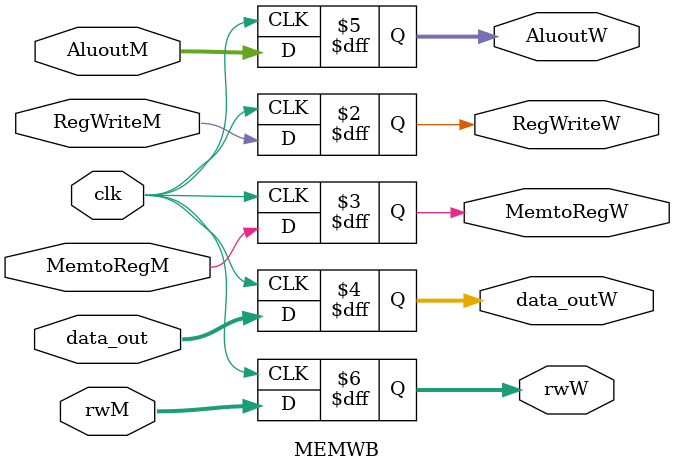
<source format=v>
module MEMWB(input clk,
input RegWriteM,input MemtoRegM,input[31:0]data_out,
input[31:0]AluoutM,input[4:0] rwM,
output reg RegWriteW, output reg MemtoRegW, output reg[31:0]data_outW,
output reg[31:0]AluoutW,output reg[4:0]rwW
);
always@(posedge clk)begin
  RegWriteW=RegWriteM;
  MemtoRegW=MemtoRegM;
  data_outW=data_out;
  AluoutW=AluoutM;
  rwW=rwM;
end
endmodule
</source>
